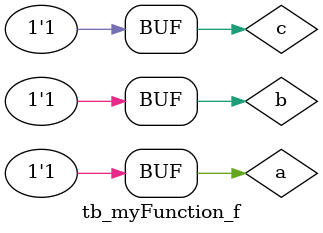
<source format=v>
`timescale 1ns / 1ps


module tb_myFunction_f(
    // testbench modulunde input-output olmaz. asil modulun input-output portlarina deger yollariz
    );
    
    reg a, b, c;
    wire y;
    
    f_myFunction uut(
        .a(a),
        .b(b),
        .c(c),
        .y(y)
    );
    
    initial begin
        a = 0; b = 0; c = 0; #50;
        c = 1; #50;
        b = 1; c = 0; #50;
        c = 1; #50;
        a = 1; b = 0; c = 0; #50;
        c = 1; #50;
        b = 1; c = 0; #50;
        c = 1; #50;
    end
    
endmodule

</source>
